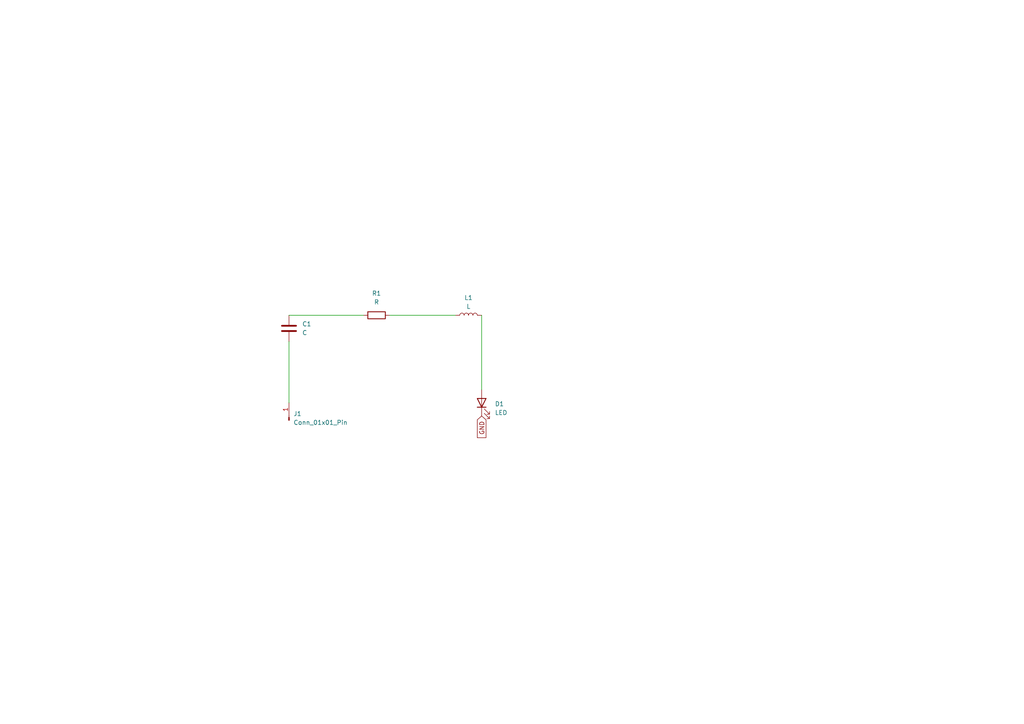
<source format=kicad_sch>
(kicad_sch (version 20231120) (generator "eeschema") (generator_version "8.0")
  (paper "A4")
  (lib_symbols
    (symbol "Connector:Conn_01x01_Pin" (pin_names (offset 1.016) hide)
      (property "Reference" "J" (at 0 2.54 0))
      (property "Value" "Conn_01x01_Pin" (at 0 -2.54 0))
      (symbol "Conn_01x01_Pin_1_1"
        (polyline (pts (xy 1.27 0) (xy 0.8636 0)) (stroke (width 0.1524)))
        (rectangle (start 0.8636 0.127) (end 0 -0.127) (stroke (width 0.1524)) (fill (type outline)))
        (pin passive line (at 5.08 0 180) (length 3.81) (name "Pin_1") (number "1"))
      )
    )
    (symbol "Device:C" (pin_numbers hide) (pin_names (offset 0.254))
      (property "Reference" "C" (at 0.635 2.54 0))
      (property "Value" "C" (at 0.635 -2.54 0))
      (symbol "C_0_1"
        (polyline (pts (xy -2.032 -0.762) (xy 2.032 -0.762)) (stroke (width 0.508)))
        (polyline (pts (xy -2.032 0.762) (xy 2.032 0.762)) (stroke (width 0.508)))
      )
      (symbol "C_1_1"
        (pin passive line (at 0 3.81 270) (length 2.794) (name "~") (number "1"))
        (pin passive line (at 0 -3.81 90) (length 2.794) (name "~") (number "2"))
      )
    )
    (symbol "Device:L" (pin_numbers hide) (pin_names (offset 1.016) hide)
      (property "Reference" "L" (at -1.27 0 90))
      (property "Value" "L" (at 1.905 0 90))
      (symbol "L_0_1"
        (arc (start 0 -2.54) (mid 0.6323 -1.905) (end 0 -1.27))
        (arc (start 0 -1.27) (mid 0.6323 -0.635) (end 0 0))
        (arc (start 0 0) (mid 0.6323 0.635) (end 0 1.27))
        (arc (start 0 1.27) (mid 0.6323 1.905) (end 0 2.54))
      )
      (symbol "L_1_1"
        (pin passive line (at 0 3.81 270) (length 1.27) (name "1") (number "1"))
        (pin passive line (at 0 -3.81 90) (length 1.27) (name "2") (number "2"))
      )
    )
    (symbol "Device:LED" (pin_numbers hide) (pin_names (offset 1.016) hide)
      (property "Reference" "D" (at 0 2.54 0))
      (property "Value" "LED" (at 0 -2.54 0))
      (symbol "LED_0_1"
        (polyline (pts (xy -1.27 -1.27) (xy -1.27 1.27)) (stroke (width 0.254)))
        (polyline (pts (xy -1.27 0) (xy 1.27 0)))
        (polyline (pts (xy 1.27 -1.27) (xy 1.27 1.27) (xy -1.27 0) (xy 1.27 -1.27)) (stroke (width 0.254)))
        (polyline (pts (xy -3.048 -0.762) (xy -4.572 -2.286) (xy -3.81 -2.286) (xy -4.572 -2.286) (xy -4.572 -1.524)))
        (polyline (pts (xy -1.778 -0.762) (xy -3.302 -2.286) (xy -2.54 -2.286) (xy -3.302 -2.286) (xy -3.302 -1.524)))
      )
      (symbol "LED_1_1"
        (pin passive line (at -3.81 0 0) (length 2.54) (name "K") (number "1"))
        (pin passive line (at 3.81 0 180) (length 2.54) (name "A") (number "2"))
      )
    )
    (symbol "Device:R" (pin_numbers hide) (pin_names (offset 0))
      (property "Reference" "R" (at 2.032 0 90))
      (property "Value" "R" (at 0 0 90))
      (symbol "R_0_1"
        (rectangle (start -1.016 -2.54) (end 1.016 2.54) (stroke (width 0.254)))
      )
      (symbol "R_1_1"
        (pin passive line (at 0 3.81 270) (length 1.27) (name "~") (number "1"))
        (pin passive line (at 0 -3.81 90) (length 1.27) (name "~") (number "2"))
      )
    )
  )
  (wire (pts (xy 83.82 91.44) (xy 105.41 91.44)))
  (wire (pts (xy 139.7 91.44) (xy 139.7 113.03)))
  (wire (pts (xy 83.82 99.06) (xy 83.82 116.84)))
  (wire (pts (xy 113.03 91.44) (xy 132.08 91.44)))
  (global_label "GND" (shape input) (at 139.7 120.65 270) (property "Intersheetrefs" "${INTERSHEET_REFS}" (effects (hide yes))))
  (symbol (lib_id "Device:L") (at 135.89 91.44 90) (unit 1)
    (property "Reference" "L1" (at 135.89 86.36 90))
    (property "Value" "L" (at 135.89 88.9 90))
    (property "Footprint" "Inductor_THT:L_Axial_L5.3mm_D2.2mm_P7.62mm_Horizontal_Vishay_IM-1" (effects (hide yes)))
    (property "Description" "Inductor" (effects (hide yes)))
  )
  (symbol (lib_id "Device:R") (at 109.22 91.44 90) (unit 1)
    (property "Reference" "R1" (at 109.22 85.09 90))
    (property "Value" "R" (at 109.22 87.63 90))
    (property "Footprint" "Resistor_THT:R_Axial_DIN0414_L11.9mm_D4.5mm_P15.24mm_Horizontal" (effects (hide yes)))
    (property "Description" "Resistor" (effects (hide yes)))
  )
  (symbol (lib_id "Connector:Conn_01x01_Pin") (at 83.82 121.92 90) (unit 1)
    (property "Reference" "J1" (at 85.09 120.0149 90) (effects (justify right)))
    (property "Value" "Conn_01x01_Pin" (at 85.09 122.5549 90) (effects (justify right)))
    (property "Footprint" "Connector_PinHeader_2.54mm:PinHeader_1x01_P2.54mm_Vertical" (effects (hide yes)))
    (property "Description" "Generic connector, single row, 01x01, script generated" (effects (hide yes)))
  )
  (symbol (lib_id "Device:LED") (at 139.7 116.84 90) (unit 1)
    (property "Reference" "D1" (at 143.51 117.1574 90) (effects (justify right)))
    (property "Value" "LED" (at 143.51 119.6974 90) (effects (justify right)))
    (property "Footprint" "LED_THT:LED_D3.0mm_Horizontal_O3.81mm_Z6.0mm" (effects (hide yes)))
    (property "Description" "Light emitting diode" (effects (hide yes)))
  )
  (symbol (lib_id "Device:C") (at 83.82 95.25 0) (unit 1)
    (property "Reference" "C1" (at 87.63 93.9799 0) (effects (justify left)))
    (property "Value" "C" (at 87.63 96.5199 0) (effects (justify left)))
    (property "Footprint" "Capacitor_SMD:C_Elec_3x5.4" (effects (hide yes)))
    (property "Description" "Unpolarized capacitor" (effects (hide yes)))
  )
)
</source>
